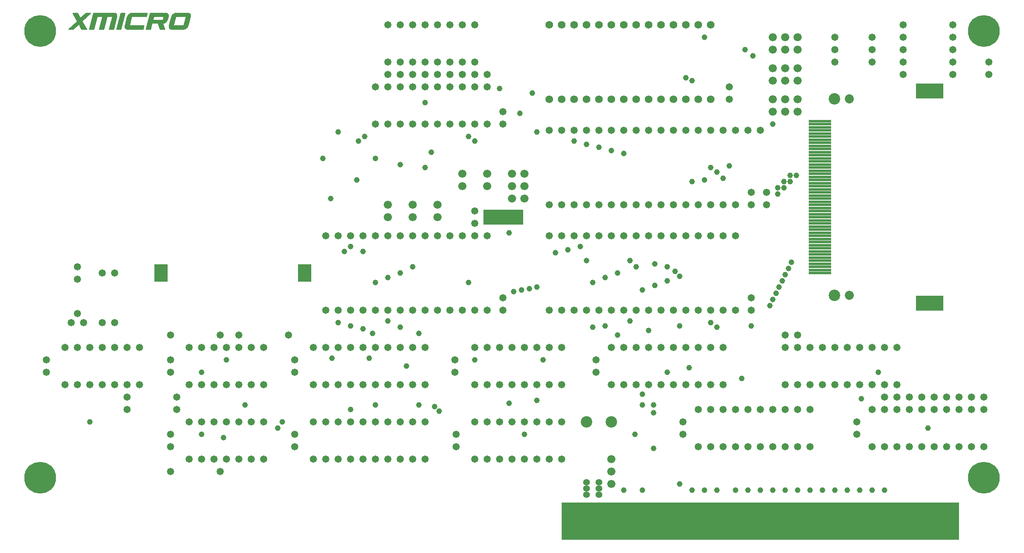
<source format=gts>
G75*
G70*
%OFA0B0*%
%FSLAX24Y24*%
%IPPOS*%
%LPD*%
%AMOC8*
5,1,8,0,0,1.08239X$1,22.5*
%
%ADD10C,0.0060*%
%ADD11C,0.0580*%
%ADD12R,0.1084X0.1438*%
%ADD13R,0.3210X0.1241*%
%ADD14C,0.0660*%
%ADD15C,0.0614*%
%ADD16R,0.1832X0.0217*%
%ADD17R,0.2186X0.1241*%
%ADD18C,0.0926*%
%ADD19C,0.0729*%
%ADD20R,3.2000X0.3000*%
%ADD21C,0.0920*%
%ADD22C,0.2560*%
%ADD23C,0.0535*%
%ADD24C,0.0456*%
D10*
X004461Y041254D02*
X005156Y041884D01*
X004788Y042535D01*
X005196Y042535D01*
X005418Y042129D01*
X005859Y042535D01*
X006247Y042535D01*
X005548Y041894D01*
X005920Y041254D01*
X005508Y041254D01*
X005286Y041660D01*
X004849Y041254D01*
X004461Y041254D01*
X004513Y041301D02*
X004899Y041301D01*
X004962Y041359D02*
X004577Y041359D01*
X004642Y041418D02*
X005025Y041418D01*
X005088Y041476D02*
X004706Y041476D01*
X004771Y041535D02*
X005151Y041535D01*
X005214Y041593D02*
X004835Y041593D01*
X004900Y041652D02*
X005277Y041652D01*
X005290Y041652D02*
X005689Y041652D01*
X005655Y041710D02*
X004964Y041710D01*
X005029Y041769D02*
X005621Y041769D01*
X005587Y041827D02*
X005093Y041827D01*
X005155Y041886D02*
X005553Y041886D01*
X005602Y041944D02*
X005122Y041944D01*
X005089Y042003D02*
X005666Y042003D01*
X005730Y042061D02*
X005056Y042061D01*
X005023Y042120D02*
X005794Y042120D01*
X005858Y042178D02*
X005472Y042178D01*
X005391Y042178D02*
X004990Y042178D01*
X004957Y042237D02*
X005359Y042237D01*
X005327Y042295D02*
X004924Y042295D01*
X004890Y042354D02*
X005295Y042354D01*
X005263Y042412D02*
X004857Y042412D01*
X004824Y042471D02*
X005231Y042471D01*
X005199Y042529D02*
X004791Y042529D01*
X005535Y042237D02*
X005922Y042237D01*
X005985Y042295D02*
X005599Y042295D01*
X005662Y042354D02*
X006049Y042354D01*
X006113Y042412D02*
X005726Y042412D01*
X005789Y042471D02*
X006177Y042471D01*
X006241Y042529D02*
X005853Y042529D01*
X006435Y042354D02*
X008350Y042354D01*
X008350Y042370D02*
X008350Y042296D01*
X008339Y042222D01*
X008087Y041254D01*
X007742Y041254D01*
X008007Y042264D01*
X007557Y042264D01*
X007296Y041254D01*
X006946Y041254D01*
X007211Y042264D01*
X006761Y042264D01*
X006500Y041254D01*
X006151Y041254D01*
X006482Y042535D01*
X008168Y042535D01*
X008204Y042534D01*
X008239Y042525D01*
X008272Y042508D01*
X008300Y042485D01*
X008325Y042451D01*
X008342Y042412D01*
X008350Y042370D01*
X008342Y042412D02*
X006450Y042412D01*
X006465Y042471D02*
X008310Y042471D01*
X008221Y042529D02*
X006480Y042529D01*
X006420Y042295D02*
X008350Y042295D01*
X008341Y042237D02*
X008000Y042237D01*
X007985Y042178D02*
X008327Y042178D01*
X008312Y042120D02*
X007969Y042120D01*
X007954Y042061D02*
X008297Y042061D01*
X008282Y042003D02*
X007938Y042003D01*
X007923Y041944D02*
X008267Y041944D01*
X008251Y041886D02*
X007908Y041886D01*
X007892Y041827D02*
X008236Y041827D01*
X008221Y041769D02*
X007877Y041769D01*
X007862Y041710D02*
X008206Y041710D01*
X008191Y041652D02*
X007846Y041652D01*
X007831Y041593D02*
X008176Y041593D01*
X008160Y041535D02*
X007816Y041535D01*
X007800Y041476D02*
X008145Y041476D01*
X008130Y041418D02*
X007785Y041418D01*
X007770Y041359D02*
X008115Y041359D01*
X008100Y041301D02*
X007754Y041301D01*
X007338Y041418D02*
X006989Y041418D01*
X007005Y041476D02*
X007353Y041476D01*
X007368Y041535D02*
X007020Y041535D01*
X007035Y041593D02*
X007384Y041593D01*
X007399Y041652D02*
X007051Y041652D01*
X007066Y041710D02*
X007414Y041710D01*
X007429Y041769D02*
X007081Y041769D01*
X007097Y041827D02*
X007444Y041827D01*
X007459Y041886D02*
X007112Y041886D01*
X007128Y041944D02*
X007474Y041944D01*
X007490Y042003D02*
X007143Y042003D01*
X007158Y042061D02*
X007505Y042061D01*
X007520Y042120D02*
X007174Y042120D01*
X007189Y042178D02*
X007535Y042178D01*
X007550Y042237D02*
X007204Y042237D01*
X006754Y042237D02*
X006405Y042237D01*
X006389Y042178D02*
X006739Y042178D01*
X006724Y042120D02*
X006374Y042120D01*
X006359Y042061D02*
X006709Y042061D01*
X006694Y042003D02*
X006344Y042003D01*
X006329Y041944D02*
X006679Y041944D01*
X006664Y041886D02*
X006314Y041886D01*
X006299Y041827D02*
X006649Y041827D01*
X006633Y041769D02*
X006284Y041769D01*
X006269Y041710D02*
X006618Y041710D01*
X006603Y041652D02*
X006253Y041652D01*
X006238Y041593D02*
X006588Y041593D01*
X006573Y041535D02*
X006223Y041535D01*
X006208Y041476D02*
X006558Y041476D01*
X006543Y041418D02*
X006193Y041418D01*
X006178Y041359D02*
X006527Y041359D01*
X006512Y041301D02*
X006163Y041301D01*
X005893Y041301D02*
X005482Y041301D01*
X005450Y041359D02*
X005859Y041359D01*
X005825Y041418D02*
X005418Y041418D01*
X005386Y041476D02*
X005791Y041476D01*
X005757Y041535D02*
X005354Y041535D01*
X005322Y041593D02*
X005723Y041593D01*
X006959Y041301D02*
X007308Y041301D01*
X007323Y041359D02*
X006974Y041359D01*
X008339Y041254D02*
X008670Y042535D01*
X009015Y042535D01*
X008684Y041254D01*
X008339Y041254D01*
X008351Y041301D02*
X008696Y041301D01*
X008711Y041359D02*
X008366Y041359D01*
X008381Y041418D02*
X008726Y041418D01*
X008742Y041476D02*
X008396Y041476D01*
X008411Y041535D02*
X008757Y041535D01*
X008772Y041593D02*
X008426Y041593D01*
X008441Y041652D02*
X008787Y041652D01*
X008802Y041710D02*
X008456Y041710D01*
X008472Y041769D02*
X008817Y041769D01*
X008832Y041827D02*
X008487Y041827D01*
X008502Y041886D02*
X008847Y041886D01*
X008862Y041944D02*
X008517Y041944D01*
X008532Y042003D02*
X008878Y042003D01*
X008893Y042061D02*
X008547Y042061D01*
X008562Y042120D02*
X008908Y042120D01*
X008923Y042178D02*
X008577Y042178D01*
X008592Y042237D02*
X008938Y042237D01*
X008953Y042295D02*
X008608Y042295D01*
X008623Y042354D02*
X008968Y042354D01*
X008983Y042412D02*
X008638Y042412D01*
X008653Y042471D02*
X008998Y042471D01*
X009014Y042529D02*
X008668Y042529D01*
X009203Y042273D02*
X009235Y042335D01*
X009276Y042393D01*
X009325Y042444D01*
X009369Y042482D01*
X009419Y042511D01*
X009474Y042531D01*
X009502Y042535D01*
X009529Y042535D01*
X010790Y042535D01*
X010724Y042264D01*
X009546Y042264D01*
X009357Y041525D01*
X010528Y041525D01*
X010463Y041254D01*
X009168Y041254D01*
X009139Y041256D01*
X009111Y041265D01*
X009086Y041279D01*
X009063Y041298D01*
X009036Y041335D01*
X009017Y041377D01*
X009007Y041422D01*
X009005Y041474D01*
X009011Y041525D01*
X009023Y041586D01*
X009180Y042206D01*
X009203Y042273D01*
X009215Y042295D02*
X010731Y042295D01*
X010746Y042354D02*
X009248Y042354D01*
X009295Y042412D02*
X010760Y042412D01*
X010774Y042471D02*
X009356Y042471D01*
X009468Y042529D02*
X010788Y042529D01*
X011028Y042471D02*
X011110Y042471D01*
X012438Y042471D01*
X012428Y042482D02*
X012453Y042454D01*
X012474Y042423D01*
X012488Y042389D01*
X012496Y042353D01*
X012495Y042288D01*
X012484Y042224D01*
X012441Y042063D01*
X012429Y042024D01*
X012410Y041988D01*
X012354Y041905D01*
X012286Y041831D01*
X012228Y041786D01*
X012163Y041753D01*
X012095Y041737D01*
X012026Y041729D01*
X012198Y041254D01*
X011852Y041254D01*
X011680Y041733D01*
X011180Y041733D01*
X011055Y041254D01*
X010710Y041254D01*
X011045Y042535D01*
X012288Y042535D01*
X012326Y042532D01*
X012363Y042522D01*
X012397Y042505D01*
X012428Y042482D01*
X012478Y042412D02*
X011170Y042412D01*
X011012Y042412D01*
X010997Y042354D02*
X011229Y042354D01*
X012496Y042354D01*
X012496Y042295D02*
X011288Y042295D01*
X010982Y042295D01*
X010967Y042237D02*
X011314Y042237D01*
X011320Y042264D02*
X011045Y042535D01*
X011320Y042264D01*
X012150Y042264D01*
X012082Y041985D01*
X011252Y041985D01*
X011320Y042264D01*
X011299Y042178D02*
X010951Y042178D01*
X010936Y042120D02*
X011285Y042120D01*
X011271Y042061D02*
X010921Y042061D01*
X010905Y042003D02*
X011256Y042003D01*
X011174Y041710D02*
X010829Y041710D01*
X010814Y041652D02*
X011159Y041652D01*
X011144Y041593D02*
X010798Y041593D01*
X010783Y041535D02*
X011128Y041535D01*
X011113Y041476D02*
X010768Y041476D01*
X010753Y041418D02*
X011098Y041418D01*
X011083Y041359D02*
X010737Y041359D01*
X010722Y041301D02*
X011068Y041301D01*
X010844Y041769D02*
X012194Y041769D01*
X012281Y041827D02*
X010860Y041827D01*
X010875Y041886D02*
X012337Y041886D01*
X012381Y041944D02*
X010890Y041944D01*
X010516Y041476D02*
X009005Y041476D01*
X009008Y041418D02*
X010502Y041418D01*
X010488Y041359D02*
X009025Y041359D01*
X009062Y041301D02*
X010474Y041301D01*
X009374Y041593D02*
X009024Y041593D01*
X009013Y041535D02*
X009359Y041535D01*
X009389Y041652D02*
X009039Y041652D01*
X009054Y041710D02*
X009404Y041710D01*
X009419Y041769D02*
X009069Y041769D01*
X009084Y041827D02*
X009434Y041827D01*
X009449Y041886D02*
X009099Y041886D01*
X009114Y041944D02*
X009464Y041944D01*
X009479Y042003D02*
X009129Y042003D01*
X009144Y042061D02*
X009494Y042061D01*
X009509Y042120D02*
X009158Y042120D01*
X009173Y042178D02*
X009524Y042178D01*
X009539Y042237D02*
X009191Y042237D01*
X011043Y042529D02*
X011051Y042529D01*
X012338Y042529D01*
X012487Y042237D02*
X012144Y042237D01*
X012129Y042178D02*
X012472Y042178D01*
X012457Y042120D02*
X012115Y042120D01*
X012101Y042061D02*
X012441Y042061D01*
X012418Y042003D02*
X012086Y042003D01*
X012033Y041710D02*
X011689Y041710D01*
X011709Y041652D02*
X012054Y041652D01*
X012075Y041593D02*
X011730Y041593D01*
X011751Y041535D02*
X012096Y041535D01*
X012117Y041476D02*
X011772Y041476D01*
X011793Y041418D02*
X012138Y041418D01*
X012159Y041359D02*
X011814Y041359D01*
X011835Y041301D02*
X012180Y041301D01*
X012562Y041400D02*
X012576Y041358D01*
X012586Y041332D01*
X012603Y041309D01*
X012623Y041289D01*
X012647Y041273D01*
X012673Y041261D01*
X012701Y041256D01*
X012729Y041254D01*
X013743Y041254D01*
X013784Y041255D01*
X013824Y041263D01*
X013863Y041280D01*
X013898Y041302D01*
X013947Y041341D01*
X013990Y041386D01*
X014033Y041442D01*
X014067Y041504D01*
X014091Y041571D01*
X014263Y042230D01*
X014271Y042284D01*
X014271Y042339D01*
X014266Y042384D01*
X014253Y042428D01*
X014235Y042462D01*
X014210Y042492D01*
X014178Y042514D01*
X014142Y042529D01*
X014104Y042535D01*
X013115Y042535D01*
X013095Y042264D01*
X013115Y042535D01*
X013072Y042535D01*
X013018Y042527D01*
X012966Y042509D01*
X012919Y042481D01*
X012857Y042423D01*
X012806Y042356D01*
X012765Y042284D01*
X012735Y042206D01*
X012568Y041577D01*
X012560Y041538D01*
X012556Y041444D01*
X012562Y041400D01*
X012560Y041418D02*
X014014Y041418D01*
X014051Y041476D02*
X012557Y041476D01*
X012560Y041535D02*
X012902Y041535D01*
X012900Y041525D02*
X013732Y041525D01*
X013927Y042264D01*
X013095Y042264D01*
X012900Y041525D01*
X012918Y041593D02*
X012572Y041593D01*
X012588Y041652D02*
X012933Y041652D01*
X012949Y041710D02*
X012603Y041710D01*
X012619Y041769D02*
X012964Y041769D01*
X012979Y041827D02*
X012635Y041827D01*
X012650Y041886D02*
X012995Y041886D01*
X013010Y041944D02*
X012666Y041944D01*
X012681Y042003D02*
X013026Y042003D01*
X013041Y042061D02*
X012697Y042061D01*
X012712Y042120D02*
X013057Y042120D01*
X013072Y042178D02*
X012728Y042178D01*
X012747Y042237D02*
X013088Y042237D01*
X013097Y042295D02*
X014271Y042295D01*
X014269Y042354D02*
X013102Y042354D01*
X012804Y042354D01*
X012771Y042295D02*
X013097Y042295D01*
X013106Y042412D02*
X014258Y042412D01*
X014228Y042471D02*
X013110Y042471D01*
X012908Y042471D01*
X012849Y042412D02*
X013106Y042412D01*
X013115Y042529D02*
X014141Y042529D01*
X014264Y042237D02*
X013920Y042237D01*
X013905Y042178D02*
X014249Y042178D01*
X014234Y042120D02*
X013889Y042120D01*
X013874Y042061D02*
X014219Y042061D01*
X014204Y042003D02*
X013858Y042003D01*
X013843Y041944D02*
X014188Y041944D01*
X014173Y041886D02*
X013827Y041886D01*
X013812Y041827D02*
X014158Y041827D01*
X014143Y041769D02*
X013796Y041769D01*
X013781Y041710D02*
X014128Y041710D01*
X014112Y041652D02*
X013765Y041652D01*
X013750Y041593D02*
X014097Y041593D01*
X014078Y041535D02*
X013734Y041535D01*
X013896Y041301D02*
X012611Y041301D01*
X012575Y041359D02*
X013964Y041359D01*
X013115Y042529D02*
X013033Y042529D01*
D11*
X029180Y036600D03*
X030180Y036600D03*
X031180Y036600D03*
X032180Y036600D03*
X033180Y036600D03*
X034180Y036600D03*
X035180Y036600D03*
X036180Y036600D03*
X037180Y036600D03*
X038180Y036600D03*
X038180Y037600D03*
X037180Y037600D03*
X037180Y038600D03*
X036180Y038600D03*
X035180Y038600D03*
X034180Y038600D03*
X033180Y038600D03*
X032180Y038600D03*
X031180Y038600D03*
X030180Y038600D03*
X030180Y037600D03*
X031180Y037600D03*
X032180Y037600D03*
X033180Y037600D03*
X034180Y037600D03*
X035180Y037600D03*
X036180Y037600D03*
X039430Y034600D03*
X039430Y033600D03*
X038180Y033600D03*
X037180Y033600D03*
X036180Y033600D03*
X035180Y033600D03*
X034180Y033600D03*
X033180Y033600D03*
X032180Y033600D03*
X031180Y033600D03*
X030180Y033600D03*
X029180Y033600D03*
X043180Y033100D03*
X044180Y033100D03*
X045180Y033100D03*
X046180Y033100D03*
X047180Y033100D03*
X048180Y033100D03*
X049180Y033100D03*
X050180Y033100D03*
X051180Y033100D03*
X052180Y033100D03*
X053180Y033100D03*
X054180Y033100D03*
X055180Y033100D03*
X056180Y033100D03*
X057180Y033100D03*
X058180Y033100D03*
X059180Y033100D03*
X060180Y033100D03*
X057680Y035600D03*
X057680Y036600D03*
X066180Y038600D03*
X066180Y039600D03*
X066180Y040600D03*
X069180Y040600D03*
X069180Y039600D03*
X069180Y038600D03*
X071680Y038600D03*
X071680Y037600D03*
X071680Y039600D03*
X071680Y040600D03*
X071680Y041600D03*
X075680Y041600D03*
X075680Y040600D03*
X075680Y039600D03*
X075680Y038600D03*
X075680Y037600D03*
X078555Y037600D03*
X078555Y038600D03*
X060680Y028100D03*
X059430Y028100D03*
X059430Y027100D03*
X060680Y027100D03*
X058180Y027100D03*
X057180Y027100D03*
X056180Y027100D03*
X055180Y027100D03*
X054180Y027100D03*
X053180Y027100D03*
X052180Y027100D03*
X051180Y027100D03*
X050180Y027100D03*
X049180Y027100D03*
X048180Y027100D03*
X047180Y027100D03*
X046180Y027100D03*
X045180Y027100D03*
X044180Y027100D03*
X043180Y027100D03*
X043180Y024600D03*
X044180Y024600D03*
X045180Y024600D03*
X046180Y024600D03*
X047180Y024600D03*
X048180Y024600D03*
X049180Y024600D03*
X050180Y024600D03*
X051180Y024600D03*
X052180Y024600D03*
X053180Y024600D03*
X054180Y024600D03*
X055180Y024600D03*
X056180Y024600D03*
X057180Y024600D03*
X058180Y024600D03*
X059430Y019600D03*
X059430Y018600D03*
X058180Y018600D03*
X057180Y018600D03*
X056180Y018600D03*
X055180Y018600D03*
X054180Y018600D03*
X053180Y018600D03*
X052180Y018600D03*
X051180Y018600D03*
X050180Y018600D03*
X049180Y018600D03*
X048180Y018600D03*
X047180Y018600D03*
X046180Y018600D03*
X045180Y018600D03*
X044180Y018600D03*
X043180Y018600D03*
X039430Y018600D03*
X038180Y018600D03*
X037180Y018600D03*
X036180Y018600D03*
X035180Y018600D03*
X034180Y018600D03*
X033180Y018600D03*
X032180Y018600D03*
X031180Y018600D03*
X030180Y018600D03*
X029180Y018600D03*
X028180Y018600D03*
X027180Y018600D03*
X026180Y018600D03*
X025180Y018600D03*
X022180Y016600D03*
X020180Y015600D03*
X019180Y015600D03*
X018180Y015600D03*
X017180Y015600D03*
X016180Y015600D03*
X015180Y015600D03*
X014180Y015600D03*
X012680Y014600D03*
X012680Y013600D03*
X014180Y012600D03*
X015180Y012600D03*
X016180Y012600D03*
X017180Y012600D03*
X018180Y012600D03*
X019180Y012600D03*
X020180Y012600D03*
X022680Y013600D03*
X022680Y014600D03*
X024180Y015600D03*
X025180Y015600D03*
X026180Y015600D03*
X027180Y015600D03*
X028180Y015600D03*
X029180Y015600D03*
X030180Y015600D03*
X031180Y015600D03*
X032180Y015600D03*
X033180Y015600D03*
X035555Y014600D03*
X035555Y013600D03*
X037180Y012600D03*
X038180Y012600D03*
X039180Y012600D03*
X040180Y012600D03*
X041180Y012600D03*
X042180Y012600D03*
X043180Y012600D03*
X044180Y012600D03*
X046930Y013600D03*
X046930Y014600D03*
X048180Y015600D03*
X049180Y015600D03*
X050180Y015600D03*
X051180Y015600D03*
X052180Y015600D03*
X053180Y015600D03*
X054180Y015600D03*
X055180Y015600D03*
X056180Y015600D03*
X057180Y015600D03*
X062180Y015600D03*
X063180Y015600D03*
X064180Y015600D03*
X065180Y015600D03*
X066180Y015600D03*
X067180Y015600D03*
X068180Y015600D03*
X069180Y015600D03*
X070180Y015600D03*
X071180Y015600D03*
X071180Y012600D03*
X070180Y012600D03*
X069180Y012600D03*
X068180Y012600D03*
X067180Y012600D03*
X066180Y012600D03*
X065180Y012600D03*
X064180Y012600D03*
X063180Y012600D03*
X062180Y012600D03*
X062180Y010600D03*
X061180Y010600D03*
X060180Y010600D03*
X059180Y010600D03*
X058180Y010600D03*
X057180Y010600D03*
X056180Y010600D03*
X055180Y010600D03*
X053930Y009600D03*
X053930Y008600D03*
X055180Y007600D03*
X056180Y007600D03*
X057180Y007600D03*
X058180Y007600D03*
X059180Y007600D03*
X060180Y007600D03*
X061180Y007600D03*
X062180Y007600D03*
X063180Y007600D03*
X064180Y007600D03*
X067930Y008600D03*
X069180Y007600D03*
X070180Y007600D03*
X071180Y007600D03*
X072180Y007600D03*
X073180Y007600D03*
X074180Y007600D03*
X075180Y007600D03*
X076180Y007600D03*
X077180Y007600D03*
X078180Y007600D03*
X078180Y010600D03*
X077180Y010600D03*
X076180Y010600D03*
X075180Y010600D03*
X075180Y011600D03*
X076180Y011600D03*
X077180Y011600D03*
X078180Y011600D03*
X074180Y011600D03*
X073180Y011600D03*
X072180Y011600D03*
X071180Y011600D03*
X070180Y011600D03*
X070180Y010600D03*
X069180Y010600D03*
X067930Y009600D03*
X071180Y010600D03*
X072180Y010600D03*
X073180Y010600D03*
X074180Y010600D03*
X064180Y010600D03*
X063180Y010600D03*
X057180Y012600D03*
X056180Y012600D03*
X055180Y012600D03*
X054180Y012600D03*
X053180Y012600D03*
X052180Y012600D03*
X051180Y012600D03*
X050180Y012600D03*
X049180Y012600D03*
X048180Y012600D03*
X044180Y009600D03*
X043180Y009600D03*
X042180Y009600D03*
X041180Y009600D03*
X040180Y009600D03*
X039180Y009600D03*
X038180Y009600D03*
X037180Y009600D03*
X035680Y008600D03*
X035680Y007600D03*
X037180Y006600D03*
X038180Y006600D03*
X039180Y006600D03*
X040180Y006600D03*
X041180Y006600D03*
X042180Y006600D03*
X043180Y006600D03*
X044180Y006600D03*
X033180Y006600D03*
X032180Y006600D03*
X031180Y006600D03*
X030180Y006600D03*
X029180Y006600D03*
X028180Y006600D03*
X027180Y006600D03*
X026180Y006600D03*
X025180Y006600D03*
X024180Y006600D03*
X022680Y007600D03*
X022680Y008600D03*
X024180Y009600D03*
X025180Y009600D03*
X026180Y009600D03*
X027180Y009600D03*
X028180Y009600D03*
X029180Y009600D03*
X030180Y009600D03*
X031180Y009600D03*
X032180Y009600D03*
X033180Y009600D03*
X033180Y012600D03*
X032180Y012600D03*
X031180Y012600D03*
X030180Y012600D03*
X029180Y012600D03*
X028180Y012600D03*
X027180Y012600D03*
X026180Y012600D03*
X025180Y012600D03*
X024180Y012600D03*
X020180Y009600D03*
X019180Y009600D03*
X018180Y009600D03*
X017180Y009600D03*
X016180Y009600D03*
X015180Y009600D03*
X014180Y009600D03*
X013180Y010600D03*
X013180Y011600D03*
X010180Y012600D03*
X009180Y012600D03*
X008180Y012600D03*
X007180Y012600D03*
X006180Y012600D03*
X005180Y012600D03*
X004180Y012600D03*
X002680Y013600D03*
X002680Y014600D03*
X004180Y015600D03*
X005180Y015600D03*
X006180Y015600D03*
X007180Y015600D03*
X008180Y015600D03*
X009180Y015600D03*
X010180Y015600D03*
X012680Y016600D03*
X016680Y016600D03*
X018180Y016600D03*
X008180Y017600D03*
X007180Y017600D03*
X005680Y017600D03*
X004680Y017600D03*
X005180Y018350D03*
X005180Y021100D03*
X005180Y022100D03*
X007180Y021600D03*
X008180Y021600D03*
X025180Y024600D03*
X026180Y024600D03*
X027180Y024600D03*
X028180Y024600D03*
X029180Y024600D03*
X030180Y024600D03*
X031180Y024600D03*
X032180Y024600D03*
X033180Y024600D03*
X034180Y024600D03*
X035180Y024600D03*
X036180Y024600D03*
X037180Y024600D03*
X038180Y024600D03*
X037180Y025600D03*
X037180Y026600D03*
X039430Y019600D03*
X039180Y015600D03*
X038180Y015600D03*
X037180Y015600D03*
X040180Y015600D03*
X041180Y015600D03*
X042180Y015600D03*
X043180Y015600D03*
X044180Y015600D03*
X062180Y016600D03*
X063180Y016600D03*
X020180Y006600D03*
X019180Y006600D03*
X018180Y006600D03*
X017180Y006600D03*
X016180Y006600D03*
X015180Y006600D03*
X014180Y006600D03*
X012680Y007600D03*
X012680Y008600D03*
X009180Y010600D03*
X009180Y011600D03*
X012680Y005600D03*
X016680Y005600D03*
X030180Y041600D03*
X031180Y041600D03*
X032180Y041600D03*
X033180Y041600D03*
X034180Y041600D03*
X035180Y041600D03*
X036180Y041600D03*
X037180Y041600D03*
D12*
X023467Y021600D03*
X011893Y021600D03*
D13*
X039463Y026100D03*
D14*
X040180Y027600D03*
X041180Y027600D03*
X041180Y028600D03*
X040180Y028600D03*
X040180Y029600D03*
X041180Y029600D03*
X038180Y029600D03*
X038180Y028600D03*
X036180Y028600D03*
X036180Y029600D03*
X034180Y027100D03*
X032180Y027100D03*
X030180Y027100D03*
X030180Y026100D03*
X032180Y026100D03*
X034180Y026100D03*
X061180Y034600D03*
X062180Y034600D03*
X063180Y034600D03*
X063180Y035600D03*
X062180Y035600D03*
X061180Y035600D03*
X061180Y037100D03*
X062180Y037100D03*
X063180Y037100D03*
X063180Y038100D03*
X062180Y038100D03*
X061180Y038100D03*
X061180Y039600D03*
X062180Y039600D03*
X063180Y039600D03*
X063180Y040600D03*
X062180Y040600D03*
X061180Y040600D03*
X048180Y006600D03*
X048180Y005600D03*
X048180Y004600D03*
D15*
X048180Y035600D03*
X047180Y035600D03*
X046180Y035600D03*
X045180Y035600D03*
X044180Y035600D03*
X043180Y035600D03*
X049180Y035600D03*
X050180Y035600D03*
X051180Y035600D03*
X052180Y035600D03*
X053180Y035600D03*
X054180Y035600D03*
X055180Y035600D03*
X056180Y035600D03*
X056180Y041600D03*
X055180Y041600D03*
X054180Y041600D03*
X053180Y041600D03*
X052180Y041600D03*
X051180Y041600D03*
X050180Y041600D03*
X049180Y041600D03*
X048180Y041600D03*
X047180Y041600D03*
X046180Y041600D03*
X045180Y041600D03*
X044180Y041600D03*
X043180Y041600D03*
D16*
X064977Y033850D03*
X064977Y033600D03*
X064977Y033350D03*
X064977Y033100D03*
X064977Y032850D03*
X064977Y032600D03*
X064977Y032350D03*
X064977Y032100D03*
X064977Y031850D03*
X064977Y031600D03*
X064977Y031350D03*
X064977Y031100D03*
X064977Y030850D03*
X064977Y030600D03*
X064977Y030350D03*
X064977Y030100D03*
X064977Y029850D03*
X064977Y029600D03*
X064977Y029350D03*
X064977Y029100D03*
X064977Y028850D03*
X064977Y028600D03*
X064977Y028350D03*
X064977Y028100D03*
X064977Y027850D03*
X064977Y027600D03*
X064977Y027350D03*
X064977Y027100D03*
X064977Y026850D03*
X064977Y026600D03*
X064977Y026350D03*
X064977Y026100D03*
X064977Y025850D03*
X064977Y025600D03*
X064977Y025350D03*
X064977Y025100D03*
X064977Y024850D03*
X064977Y024600D03*
X064977Y024350D03*
X064977Y024100D03*
X064977Y023850D03*
X064977Y023600D03*
X064977Y023350D03*
X064977Y023100D03*
X064977Y022850D03*
X064977Y022600D03*
X064977Y022350D03*
X064977Y022100D03*
X064977Y021850D03*
X064977Y021600D03*
D17*
X073816Y019178D03*
X073816Y036272D03*
D18*
X066139Y035631D03*
X066139Y019819D03*
D19*
X067320Y019819D03*
X067320Y035631D03*
D20*
X060180Y001600D03*
D21*
X048180Y009600D03*
X046180Y009600D03*
D22*
X002180Y005100D03*
X002180Y041100D03*
X078180Y041100D03*
X078180Y005100D03*
D23*
X047180Y004725D03*
X047180Y004225D03*
X047180Y003725D03*
X046180Y003725D03*
X046180Y004225D03*
X046180Y004725D03*
D24*
X049180Y004100D03*
X050680Y004100D03*
X053680Y004600D03*
X054680Y004100D03*
X055680Y004100D03*
X056680Y004100D03*
X058180Y004100D03*
X059180Y004100D03*
X060180Y004100D03*
X061180Y004100D03*
X062180Y004100D03*
X063180Y004100D03*
X064180Y004100D03*
X065180Y004100D03*
X066180Y004100D03*
X067180Y004100D03*
X068180Y004100D03*
X069180Y004100D03*
X070180Y004100D03*
X073680Y009100D03*
X068305Y011475D03*
X069680Y013600D03*
X059430Y017350D03*
X056680Y017225D03*
X056180Y017600D03*
X053680Y017350D03*
X051180Y016975D03*
X049680Y017725D03*
X048680Y016600D03*
X047680Y017350D03*
X046680Y017225D03*
X042680Y014600D03*
X037180Y014600D03*
X032680Y016725D03*
X031180Y017225D03*
X030180Y017725D03*
X028930Y016725D03*
X028180Y017100D03*
X027180Y017350D03*
X026180Y017600D03*
X025680Y014725D03*
X028680Y014725D03*
X031680Y014100D03*
X032680Y010975D03*
X033930Y010850D03*
X034305Y010475D03*
X029180Y010975D03*
X027180Y010600D03*
X021680Y009600D03*
X021305Y009100D03*
X018680Y010975D03*
X016930Y008350D03*
X015180Y008600D03*
X006180Y009600D03*
X015180Y013600D03*
X017180Y014600D03*
X029180Y020850D03*
X030180Y021225D03*
X031180Y021600D03*
X032180Y022100D03*
X028180Y023350D03*
X027180Y023725D03*
X026680Y023350D03*
X025555Y027600D03*
X027680Y029100D03*
X029180Y030850D03*
X031180Y030350D03*
X033180Y030100D03*
X033680Y031350D03*
X036680Y032600D03*
X037180Y032225D03*
X042180Y032975D03*
X040805Y034475D03*
X041805Y036100D03*
X039180Y036475D03*
X033180Y035350D03*
X028305Y032600D03*
X027805Y032225D03*
X026180Y032975D03*
X024930Y030850D03*
X039930Y024850D03*
X043680Y023225D03*
X044680Y023475D03*
X045680Y023725D03*
X046180Y022600D03*
X047680Y021225D03*
X046680Y020850D03*
X048680Y021600D03*
X050180Y022100D03*
X049680Y022600D03*
X051680Y022350D03*
X052680Y022100D03*
X053305Y021725D03*
X053680Y021350D03*
X052680Y020975D03*
X051680Y020600D03*
X050680Y020225D03*
X042180Y020475D03*
X041555Y020350D03*
X040930Y020225D03*
X040305Y020100D03*
X036680Y020850D03*
X052680Y013600D03*
X054430Y013975D03*
X050680Y011850D03*
X050680Y010975D03*
X051555Y010975D03*
X051555Y010350D03*
X050055Y008600D03*
X051555Y007475D03*
X042180Y011350D03*
X039930Y011100D03*
X041180Y008600D03*
X058680Y013100D03*
X060930Y018975D03*
X061180Y019475D03*
X061430Y019975D03*
X061680Y020475D03*
X061930Y020975D03*
X062180Y021475D03*
X062430Y021975D03*
X062680Y022475D03*
X061555Y027975D03*
X061555Y028475D03*
X062055Y028475D03*
X062055Y028975D03*
X062555Y028975D03*
X062555Y029475D03*
X063055Y029475D03*
X057680Y030225D03*
X056680Y029725D03*
X056180Y030100D03*
X055680Y029100D03*
X057180Y029225D03*
X054680Y028975D03*
X049180Y031225D03*
X048180Y031475D03*
X047180Y031725D03*
X046180Y031975D03*
X045180Y032225D03*
X054180Y037350D03*
X054680Y037100D03*
X058930Y039600D03*
X059555Y039100D03*
X055680Y040600D03*
X061180Y033600D03*
M02*

</source>
